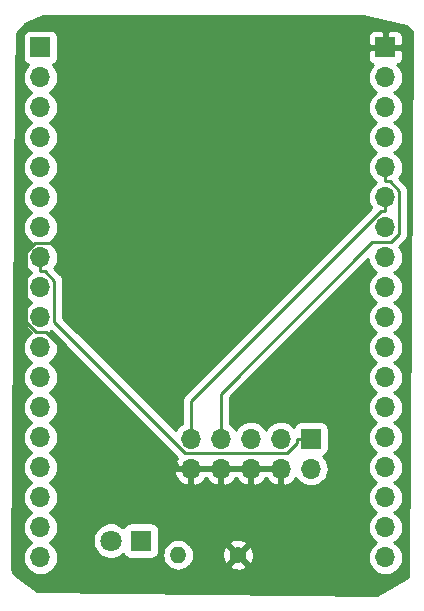
<source format=gbl>
G04 #@! TF.GenerationSoftware,KiCad,Pcbnew,(5.1.2)-2*
G04 #@! TF.CreationDate,2020-07-25T19:39:27+02:00*
G04 #@! TF.ProjectId,Adapter,41646170-7465-4722-9e6b-696361645f70,1*
G04 #@! TF.SameCoordinates,Original*
G04 #@! TF.FileFunction,Copper,L2,Bot*
G04 #@! TF.FilePolarity,Positive*
%FSLAX46Y46*%
G04 Gerber Fmt 4.6, Leading zero omitted, Abs format (unit mm)*
G04 Created by KiCad (PCBNEW (5.1.2)-2) date 2020-07-25 19:39:27*
%MOMM*%
%LPD*%
G04 APERTURE LIST*
%ADD10O,1.700000X1.700000*%
%ADD11R,1.700000X1.700000*%
%ADD12R,1.800000X1.800000*%
%ADD13C,1.800000*%
%ADD14C,1.400000*%
%ADD15O,1.400000X1.400000*%
%ADD16C,0.800000*%
%ADD17C,0.250000*%
%ADD18C,0.254000*%
G04 APERTURE END LIST*
D10*
X166541480Y-114970560D03*
X166541480Y-112430560D03*
X166541480Y-109890560D03*
X166541480Y-107350560D03*
X166541480Y-104810560D03*
X166541480Y-102270560D03*
X166541480Y-99730560D03*
X166541480Y-97190560D03*
X166541480Y-94650560D03*
X166541480Y-92110560D03*
X166541480Y-89570560D03*
X166541480Y-87030560D03*
X166541480Y-84490560D03*
X166541480Y-81950560D03*
X166541480Y-79410560D03*
X166541480Y-76870560D03*
X166541480Y-74330560D03*
D11*
X166541480Y-71790560D03*
D10*
X137354480Y-114970560D03*
X137354480Y-112430560D03*
X137354480Y-109890560D03*
X137354480Y-107350560D03*
X137354480Y-104810560D03*
X137354480Y-102270560D03*
X137354480Y-99730560D03*
X137354480Y-97190560D03*
X137354480Y-94650560D03*
X137354480Y-92110560D03*
X137354480Y-89570560D03*
X137354480Y-87030560D03*
X137354480Y-84490560D03*
X137354480Y-81950560D03*
X137354480Y-79410560D03*
X137354480Y-76870560D03*
X137354480Y-74330560D03*
D11*
X137354480Y-71790560D03*
X160253480Y-104937960D03*
D10*
X160253480Y-107477960D03*
X157713480Y-104937960D03*
X157713480Y-107477960D03*
X155173480Y-104937960D03*
X155173480Y-107477960D03*
X152633480Y-104937960D03*
X152633480Y-107477960D03*
X150093480Y-104937960D03*
X150093480Y-107477960D03*
D12*
X145854480Y-113558960D03*
D13*
X143314480Y-113558960D03*
D14*
X154084480Y-114758960D03*
D15*
X149004480Y-114758960D03*
D16*
X162352480Y-72894960D03*
X144567480Y-74349960D03*
X141518480Y-91831960D03*
D17*
X166541480Y-84490960D02*
X166541480Y-84490560D01*
X150093480Y-104937960D02*
X150093480Y-101746960D01*
X150093480Y-101746960D02*
X166174480Y-85665960D01*
X166174480Y-85665960D02*
X166541480Y-85665960D01*
X166541480Y-85665960D02*
X166541480Y-84490960D01*
X152633480Y-101815960D02*
X152633480Y-104937960D01*
X165440760Y-88300960D02*
X152633480Y-101108240D01*
X166541480Y-83125960D02*
X166908480Y-83125960D01*
X166541480Y-81950560D02*
X166541480Y-83125960D01*
X166908480Y-83125960D02*
X167716480Y-83933960D01*
X167716480Y-83933960D02*
X167716480Y-87614960D01*
X152633480Y-101108240D02*
X152633480Y-101815960D01*
X167716480Y-87614960D02*
X167030480Y-88300960D01*
X167030480Y-88300960D02*
X165440760Y-88300960D01*
X155173480Y-107477960D02*
X157713480Y-107477960D01*
X152633480Y-107477960D02*
X155173480Y-107477960D01*
X141518480Y-91831960D02*
X139182480Y-89495960D01*
X139182480Y-89495960D02*
X139182480Y-88384960D01*
X152633480Y-107477960D02*
X150093480Y-107477960D01*
X162352480Y-72894960D02*
X164261480Y-72894960D01*
X164261480Y-72894960D02*
X165366480Y-71790560D01*
X165366480Y-71790560D02*
X166541480Y-71790560D01*
X150093480Y-107477960D02*
X148918480Y-107477960D01*
X148918480Y-107477960D02*
X148918480Y-107036960D01*
X148918480Y-107036960D02*
X137801480Y-95920960D01*
X137801480Y-95920960D02*
X136958480Y-95920960D01*
X136958480Y-95920960D02*
X136112480Y-95074960D01*
X136112480Y-95074960D02*
X136112480Y-89125960D01*
X136112480Y-89125960D02*
X136853480Y-88384960D01*
X136853480Y-88384960D02*
X139182480Y-88384960D01*
X139182480Y-88384960D02*
X144567480Y-82999960D01*
X144567480Y-82999960D02*
X144567480Y-74349960D01*
X137354480Y-89570960D02*
X137354480Y-89570560D01*
X160253480Y-104937960D02*
X159078480Y-104937960D01*
X159078480Y-104937960D02*
X159078480Y-105304960D01*
X159078480Y-105304960D02*
X158254480Y-106128960D01*
X158254480Y-106128960D02*
X149610480Y-106128960D01*
X149610480Y-106128960D02*
X138529480Y-95047960D01*
X138529480Y-95047960D02*
X138529480Y-91553960D01*
X138529480Y-91553960D02*
X137721480Y-90745960D01*
X137721480Y-90745960D02*
X137354480Y-90745960D01*
X137354480Y-90745960D02*
X137354480Y-89570960D01*
D18*
G36*
X164658664Y-69131280D02*
G01*
X164683440Y-69133720D01*
X164688592Y-69133213D01*
X168318819Y-69975944D01*
X168783608Y-70455570D01*
X168819927Y-70509618D01*
X168488890Y-116679194D01*
X165864877Y-118160412D01*
X137065879Y-117826012D01*
X135127004Y-116369663D01*
X135011879Y-116198339D01*
X134907503Y-115960564D01*
X135318731Y-74330560D01*
X135862295Y-74330560D01*
X135890967Y-74621671D01*
X135975881Y-74901594D01*
X136113774Y-75159574D01*
X136299346Y-75385694D01*
X136525466Y-75571266D01*
X136580271Y-75600560D01*
X136525466Y-75629854D01*
X136299346Y-75815426D01*
X136113774Y-76041546D01*
X135975881Y-76299526D01*
X135890967Y-76579449D01*
X135862295Y-76870560D01*
X135890967Y-77161671D01*
X135975881Y-77441594D01*
X136113774Y-77699574D01*
X136299346Y-77925694D01*
X136525466Y-78111266D01*
X136580271Y-78140560D01*
X136525466Y-78169854D01*
X136299346Y-78355426D01*
X136113774Y-78581546D01*
X135975881Y-78839526D01*
X135890967Y-79119449D01*
X135862295Y-79410560D01*
X135890967Y-79701671D01*
X135975881Y-79981594D01*
X136113774Y-80239574D01*
X136299346Y-80465694D01*
X136525466Y-80651266D01*
X136580271Y-80680560D01*
X136525466Y-80709854D01*
X136299346Y-80895426D01*
X136113774Y-81121546D01*
X135975881Y-81379526D01*
X135890967Y-81659449D01*
X135862295Y-81950560D01*
X135890967Y-82241671D01*
X135975881Y-82521594D01*
X136113774Y-82779574D01*
X136299346Y-83005694D01*
X136525466Y-83191266D01*
X136580271Y-83220560D01*
X136525466Y-83249854D01*
X136299346Y-83435426D01*
X136113774Y-83661546D01*
X135975881Y-83919526D01*
X135890967Y-84199449D01*
X135862295Y-84490560D01*
X135890967Y-84781671D01*
X135975881Y-85061594D01*
X136113774Y-85319574D01*
X136299346Y-85545694D01*
X136525466Y-85731266D01*
X136580271Y-85760560D01*
X136525466Y-85789854D01*
X136299346Y-85975426D01*
X136113774Y-86201546D01*
X135975881Y-86459526D01*
X135890967Y-86739449D01*
X135862295Y-87030560D01*
X135890967Y-87321671D01*
X135975881Y-87601594D01*
X136113774Y-87859574D01*
X136299346Y-88085694D01*
X136525466Y-88271266D01*
X136580271Y-88300560D01*
X136525466Y-88329854D01*
X136299346Y-88515426D01*
X136113774Y-88741546D01*
X135975881Y-88999526D01*
X135890967Y-89279449D01*
X135862295Y-89570560D01*
X135890967Y-89861671D01*
X135975881Y-90141594D01*
X136113774Y-90399574D01*
X136299346Y-90625694D01*
X136525466Y-90811266D01*
X136580271Y-90840560D01*
X136525466Y-90869854D01*
X136299346Y-91055426D01*
X136113774Y-91281546D01*
X135975881Y-91539526D01*
X135890967Y-91819449D01*
X135862295Y-92110560D01*
X135890967Y-92401671D01*
X135975881Y-92681594D01*
X136113774Y-92939574D01*
X136299346Y-93165694D01*
X136525466Y-93351266D01*
X136580271Y-93380560D01*
X136525466Y-93409854D01*
X136299346Y-93595426D01*
X136113774Y-93821546D01*
X135975881Y-94079526D01*
X135890967Y-94359449D01*
X135862295Y-94650560D01*
X135890967Y-94941671D01*
X135975881Y-95221594D01*
X136113774Y-95479574D01*
X136299346Y-95705694D01*
X136525466Y-95891266D01*
X136580271Y-95920560D01*
X136525466Y-95949854D01*
X136299346Y-96135426D01*
X136113774Y-96361546D01*
X135975881Y-96619526D01*
X135890967Y-96899449D01*
X135862295Y-97190560D01*
X135890967Y-97481671D01*
X135975881Y-97761594D01*
X136113774Y-98019574D01*
X136299346Y-98245694D01*
X136525466Y-98431266D01*
X136580271Y-98460560D01*
X136525466Y-98489854D01*
X136299346Y-98675426D01*
X136113774Y-98901546D01*
X135975881Y-99159526D01*
X135890967Y-99439449D01*
X135862295Y-99730560D01*
X135890967Y-100021671D01*
X135975881Y-100301594D01*
X136113774Y-100559574D01*
X136299346Y-100785694D01*
X136525466Y-100971266D01*
X136580271Y-101000560D01*
X136525466Y-101029854D01*
X136299346Y-101215426D01*
X136113774Y-101441546D01*
X135975881Y-101699526D01*
X135890967Y-101979449D01*
X135862295Y-102270560D01*
X135890967Y-102561671D01*
X135975881Y-102841594D01*
X136113774Y-103099574D01*
X136299346Y-103325694D01*
X136525466Y-103511266D01*
X136580271Y-103540560D01*
X136525466Y-103569854D01*
X136299346Y-103755426D01*
X136113774Y-103981546D01*
X135975881Y-104239526D01*
X135890967Y-104519449D01*
X135862295Y-104810560D01*
X135890967Y-105101671D01*
X135975881Y-105381594D01*
X136113774Y-105639574D01*
X136299346Y-105865694D01*
X136525466Y-106051266D01*
X136580271Y-106080560D01*
X136525466Y-106109854D01*
X136299346Y-106295426D01*
X136113774Y-106521546D01*
X135975881Y-106779526D01*
X135890967Y-107059449D01*
X135862295Y-107350560D01*
X135890967Y-107641671D01*
X135975881Y-107921594D01*
X136113774Y-108179574D01*
X136299346Y-108405694D01*
X136525466Y-108591266D01*
X136580271Y-108620560D01*
X136525466Y-108649854D01*
X136299346Y-108835426D01*
X136113774Y-109061546D01*
X135975881Y-109319526D01*
X135890967Y-109599449D01*
X135862295Y-109890560D01*
X135890967Y-110181671D01*
X135975881Y-110461594D01*
X136113774Y-110719574D01*
X136299346Y-110945694D01*
X136525466Y-111131266D01*
X136580271Y-111160560D01*
X136525466Y-111189854D01*
X136299346Y-111375426D01*
X136113774Y-111601546D01*
X135975881Y-111859526D01*
X135890967Y-112139449D01*
X135862295Y-112430560D01*
X135890967Y-112721671D01*
X135975881Y-113001594D01*
X136113774Y-113259574D01*
X136299346Y-113485694D01*
X136525466Y-113671266D01*
X136580271Y-113700560D01*
X136525466Y-113729854D01*
X136299346Y-113915426D01*
X136113774Y-114141546D01*
X135975881Y-114399526D01*
X135890967Y-114679449D01*
X135862295Y-114970560D01*
X135890967Y-115261671D01*
X135975881Y-115541594D01*
X136113774Y-115799574D01*
X136299346Y-116025694D01*
X136525466Y-116211266D01*
X136783446Y-116349159D01*
X137063369Y-116434073D01*
X137281530Y-116455560D01*
X137427430Y-116455560D01*
X137645591Y-116434073D01*
X137925514Y-116349159D01*
X138183494Y-116211266D01*
X138409614Y-116025694D01*
X138595186Y-115799574D01*
X138733079Y-115541594D01*
X138817993Y-115261671D01*
X138846665Y-114970560D01*
X138817993Y-114679449D01*
X138733079Y-114399526D01*
X138595186Y-114141546D01*
X138409614Y-113915426D01*
X138183494Y-113729854D01*
X138128689Y-113700560D01*
X138183494Y-113671266D01*
X138409614Y-113485694D01*
X138473559Y-113407776D01*
X141779480Y-113407776D01*
X141779480Y-113710144D01*
X141838469Y-114006703D01*
X141954181Y-114286055D01*
X142122168Y-114537465D01*
X142335975Y-114751272D01*
X142587385Y-114919259D01*
X142866737Y-115034971D01*
X143163296Y-115093960D01*
X143465664Y-115093960D01*
X143762223Y-115034971D01*
X144041575Y-114919259D01*
X144292985Y-114751272D01*
X144359424Y-114684833D01*
X144364978Y-114703140D01*
X144423943Y-114813454D01*
X144503295Y-114910145D01*
X144599986Y-114989497D01*
X144710300Y-115048462D01*
X144829998Y-115084772D01*
X144954480Y-115097032D01*
X146754480Y-115097032D01*
X146878962Y-115084772D01*
X146998660Y-115048462D01*
X147108974Y-114989497D01*
X147205665Y-114910145D01*
X147285017Y-114813454D01*
X147314145Y-114758960D01*
X147663021Y-114758960D01*
X147688797Y-115020666D01*
X147765133Y-115272314D01*
X147889098Y-115504235D01*
X148055925Y-115707515D01*
X148259205Y-115874342D01*
X148491126Y-115998307D01*
X148742774Y-116074643D01*
X148938901Y-116093960D01*
X149070059Y-116093960D01*
X149266186Y-116074643D01*
X149517834Y-115998307D01*
X149749755Y-115874342D01*
X149953035Y-115707515D01*
X149975427Y-115680229D01*
X153342816Y-115680229D01*
X153402277Y-115913997D01*
X153640722Y-116024894D01*
X153896220Y-116087143D01*
X154158953Y-116098350D01*
X154418824Y-116058085D01*
X154665846Y-115967895D01*
X154766683Y-115913997D01*
X154826144Y-115680229D01*
X154084480Y-114938565D01*
X153342816Y-115680229D01*
X149975427Y-115680229D01*
X150119862Y-115504235D01*
X150243827Y-115272314D01*
X150320163Y-115020666D01*
X150338603Y-114833433D01*
X152745090Y-114833433D01*
X152785355Y-115093304D01*
X152875545Y-115340326D01*
X152929443Y-115441163D01*
X153163211Y-115500624D01*
X153904875Y-114758960D01*
X154264085Y-114758960D01*
X155005749Y-115500624D01*
X155239517Y-115441163D01*
X155350414Y-115202718D01*
X155412663Y-114947220D01*
X155423870Y-114684487D01*
X155383605Y-114424616D01*
X155293415Y-114177594D01*
X155239517Y-114076757D01*
X155005749Y-114017296D01*
X154264085Y-114758960D01*
X153904875Y-114758960D01*
X153163211Y-114017296D01*
X152929443Y-114076757D01*
X152818546Y-114315202D01*
X152756297Y-114570700D01*
X152745090Y-114833433D01*
X150338603Y-114833433D01*
X150345939Y-114758960D01*
X150320163Y-114497254D01*
X150243827Y-114245606D01*
X150119862Y-114013685D01*
X149975428Y-113837691D01*
X153342816Y-113837691D01*
X154084480Y-114579355D01*
X154826144Y-113837691D01*
X154766683Y-113603923D01*
X154528238Y-113493026D01*
X154272740Y-113430777D01*
X154010007Y-113419570D01*
X153750136Y-113459835D01*
X153503114Y-113550025D01*
X153402277Y-113603923D01*
X153342816Y-113837691D01*
X149975428Y-113837691D01*
X149953035Y-113810405D01*
X149749755Y-113643578D01*
X149517834Y-113519613D01*
X149266186Y-113443277D01*
X149070059Y-113423960D01*
X148938901Y-113423960D01*
X148742774Y-113443277D01*
X148491126Y-113519613D01*
X148259205Y-113643578D01*
X148055925Y-113810405D01*
X147889098Y-114013685D01*
X147765133Y-114245606D01*
X147688797Y-114497254D01*
X147663021Y-114758960D01*
X147314145Y-114758960D01*
X147343982Y-114703140D01*
X147380292Y-114583442D01*
X147392552Y-114458960D01*
X147392552Y-112658960D01*
X147380292Y-112534478D01*
X147343982Y-112414780D01*
X147285017Y-112304466D01*
X147205665Y-112207775D01*
X147108974Y-112128423D01*
X146998660Y-112069458D01*
X146878962Y-112033148D01*
X146754480Y-112020888D01*
X144954480Y-112020888D01*
X144829998Y-112033148D01*
X144710300Y-112069458D01*
X144599986Y-112128423D01*
X144503295Y-112207775D01*
X144423943Y-112304466D01*
X144364978Y-112414780D01*
X144359424Y-112433087D01*
X144292985Y-112366648D01*
X144041575Y-112198661D01*
X143762223Y-112082949D01*
X143465664Y-112023960D01*
X143163296Y-112023960D01*
X142866737Y-112082949D01*
X142587385Y-112198661D01*
X142335975Y-112366648D01*
X142122168Y-112580455D01*
X141954181Y-112831865D01*
X141838469Y-113111217D01*
X141779480Y-113407776D01*
X138473559Y-113407776D01*
X138595186Y-113259574D01*
X138733079Y-113001594D01*
X138817993Y-112721671D01*
X138846665Y-112430560D01*
X138817993Y-112139449D01*
X138733079Y-111859526D01*
X138595186Y-111601546D01*
X138409614Y-111375426D01*
X138183494Y-111189854D01*
X138128689Y-111160560D01*
X138183494Y-111131266D01*
X138409614Y-110945694D01*
X138595186Y-110719574D01*
X138733079Y-110461594D01*
X138817993Y-110181671D01*
X138846665Y-109890560D01*
X138817993Y-109599449D01*
X138733079Y-109319526D01*
X138595186Y-109061546D01*
X138409614Y-108835426D01*
X138183494Y-108649854D01*
X138128689Y-108620560D01*
X138183494Y-108591266D01*
X138409614Y-108405694D01*
X138595186Y-108179574D01*
X138733079Y-107921594D01*
X138759392Y-107834851D01*
X148651999Y-107834851D01*
X148749323Y-108109212D01*
X148898302Y-108359315D01*
X149093211Y-108575548D01*
X149326560Y-108749601D01*
X149589381Y-108874785D01*
X149736590Y-108919436D01*
X149966480Y-108798115D01*
X149966480Y-107604960D01*
X150220480Y-107604960D01*
X150220480Y-108798115D01*
X150450370Y-108919436D01*
X150597579Y-108874785D01*
X150860400Y-108749601D01*
X151093749Y-108575548D01*
X151288658Y-108359315D01*
X151363480Y-108233705D01*
X151438302Y-108359315D01*
X151633211Y-108575548D01*
X151866560Y-108749601D01*
X152129381Y-108874785D01*
X152276590Y-108919436D01*
X152506480Y-108798115D01*
X152506480Y-107604960D01*
X152760480Y-107604960D01*
X152760480Y-108798115D01*
X152990370Y-108919436D01*
X153137579Y-108874785D01*
X153400400Y-108749601D01*
X153633749Y-108575548D01*
X153828658Y-108359315D01*
X153903480Y-108233705D01*
X153978302Y-108359315D01*
X154173211Y-108575548D01*
X154406560Y-108749601D01*
X154669381Y-108874785D01*
X154816590Y-108919436D01*
X155046480Y-108798115D01*
X155046480Y-107604960D01*
X155300480Y-107604960D01*
X155300480Y-108798115D01*
X155530370Y-108919436D01*
X155677579Y-108874785D01*
X155940400Y-108749601D01*
X156173749Y-108575548D01*
X156368658Y-108359315D01*
X156443480Y-108233705D01*
X156518302Y-108359315D01*
X156713211Y-108575548D01*
X156946560Y-108749601D01*
X157209381Y-108874785D01*
X157356590Y-108919436D01*
X157586480Y-108798115D01*
X157586480Y-107604960D01*
X155300480Y-107604960D01*
X155046480Y-107604960D01*
X152760480Y-107604960D01*
X152506480Y-107604960D01*
X150220480Y-107604960D01*
X149966480Y-107604960D01*
X148772666Y-107604960D01*
X148651999Y-107834851D01*
X138759392Y-107834851D01*
X138817993Y-107641671D01*
X138846665Y-107350560D01*
X138817993Y-107059449D01*
X138733079Y-106779526D01*
X138595186Y-106521546D01*
X138409614Y-106295426D01*
X138183494Y-106109854D01*
X138128689Y-106080560D01*
X138183494Y-106051266D01*
X138409614Y-105865694D01*
X138595186Y-105639574D01*
X138733079Y-105381594D01*
X138817993Y-105101671D01*
X138846665Y-104810560D01*
X138817993Y-104519449D01*
X138733079Y-104239526D01*
X138595186Y-103981546D01*
X138409614Y-103755426D01*
X138183494Y-103569854D01*
X138128689Y-103540560D01*
X138183494Y-103511266D01*
X138409614Y-103325694D01*
X138595186Y-103099574D01*
X138733079Y-102841594D01*
X138817993Y-102561671D01*
X138846665Y-102270560D01*
X138817993Y-101979449D01*
X138733079Y-101699526D01*
X138595186Y-101441546D01*
X138409614Y-101215426D01*
X138183494Y-101029854D01*
X138128689Y-101000560D01*
X138183494Y-100971266D01*
X138409614Y-100785694D01*
X138595186Y-100559574D01*
X138733079Y-100301594D01*
X138817993Y-100021671D01*
X138846665Y-99730560D01*
X138817993Y-99439449D01*
X138733079Y-99159526D01*
X138595186Y-98901546D01*
X138409614Y-98675426D01*
X138183494Y-98489854D01*
X138128689Y-98460560D01*
X138183494Y-98431266D01*
X138409614Y-98245694D01*
X138595186Y-98019574D01*
X138733079Y-97761594D01*
X138817993Y-97481671D01*
X138846665Y-97190560D01*
X138817993Y-96899449D01*
X138733079Y-96619526D01*
X138595186Y-96361546D01*
X138409614Y-96135426D01*
X138183494Y-95949854D01*
X138128689Y-95920560D01*
X138183494Y-95891266D01*
X138246378Y-95839659D01*
X148948089Y-106541372D01*
X148898302Y-106596605D01*
X148749323Y-106846708D01*
X148651999Y-107121069D01*
X148772666Y-107350960D01*
X149966480Y-107350960D01*
X149966480Y-107330960D01*
X150220480Y-107330960D01*
X150220480Y-107350960D01*
X152506480Y-107350960D01*
X152506480Y-107330960D01*
X152760480Y-107330960D01*
X152760480Y-107350960D01*
X155046480Y-107350960D01*
X155046480Y-107330960D01*
X155300480Y-107330960D01*
X155300480Y-107350960D01*
X157586480Y-107350960D01*
X157586480Y-107330960D01*
X157840480Y-107330960D01*
X157840480Y-107350960D01*
X157860480Y-107350960D01*
X157860480Y-107604960D01*
X157840480Y-107604960D01*
X157840480Y-108798115D01*
X158070370Y-108919436D01*
X158217579Y-108874785D01*
X158480400Y-108749601D01*
X158713749Y-108575548D01*
X158908658Y-108359315D01*
X158978279Y-108242437D01*
X159012774Y-108306974D01*
X159198346Y-108533094D01*
X159424466Y-108718666D01*
X159682446Y-108856559D01*
X159962369Y-108941473D01*
X160180530Y-108962960D01*
X160326430Y-108962960D01*
X160544591Y-108941473D01*
X160824514Y-108856559D01*
X161082494Y-108718666D01*
X161308614Y-108533094D01*
X161494186Y-108306974D01*
X161632079Y-108048994D01*
X161716993Y-107769071D01*
X161745665Y-107477960D01*
X161716993Y-107186849D01*
X161632079Y-106906926D01*
X161494186Y-106648946D01*
X161308614Y-106422826D01*
X161278793Y-106398353D01*
X161347660Y-106377462D01*
X161457974Y-106318497D01*
X161554665Y-106239145D01*
X161634017Y-106142454D01*
X161692982Y-106032140D01*
X161729292Y-105912442D01*
X161741552Y-105787960D01*
X161741552Y-104087960D01*
X161729292Y-103963478D01*
X161692982Y-103843780D01*
X161634017Y-103733466D01*
X161554665Y-103636775D01*
X161457974Y-103557423D01*
X161347660Y-103498458D01*
X161227962Y-103462148D01*
X161103480Y-103449888D01*
X159403480Y-103449888D01*
X159278998Y-103462148D01*
X159159300Y-103498458D01*
X159048986Y-103557423D01*
X158952295Y-103636775D01*
X158872943Y-103733466D01*
X158813978Y-103843780D01*
X158793087Y-103912647D01*
X158768614Y-103882826D01*
X158542494Y-103697254D01*
X158284514Y-103559361D01*
X158004591Y-103474447D01*
X157786430Y-103452960D01*
X157640530Y-103452960D01*
X157422369Y-103474447D01*
X157142446Y-103559361D01*
X156884466Y-103697254D01*
X156658346Y-103882826D01*
X156472774Y-104108946D01*
X156443480Y-104163751D01*
X156414186Y-104108946D01*
X156228614Y-103882826D01*
X156002494Y-103697254D01*
X155744514Y-103559361D01*
X155464591Y-103474447D01*
X155246430Y-103452960D01*
X155100530Y-103452960D01*
X154882369Y-103474447D01*
X154602446Y-103559361D01*
X154344466Y-103697254D01*
X154118346Y-103882826D01*
X153932774Y-104108946D01*
X153903480Y-104163751D01*
X153874186Y-104108946D01*
X153688614Y-103882826D01*
X153462494Y-103697254D01*
X153393480Y-103660365D01*
X153393480Y-101423041D01*
X165066928Y-89749594D01*
X165077967Y-89861671D01*
X165162881Y-90141594D01*
X165300774Y-90399574D01*
X165486346Y-90625694D01*
X165712466Y-90811266D01*
X165767271Y-90840560D01*
X165712466Y-90869854D01*
X165486346Y-91055426D01*
X165300774Y-91281546D01*
X165162881Y-91539526D01*
X165077967Y-91819449D01*
X165049295Y-92110560D01*
X165077967Y-92401671D01*
X165162881Y-92681594D01*
X165300774Y-92939574D01*
X165486346Y-93165694D01*
X165712466Y-93351266D01*
X165767271Y-93380560D01*
X165712466Y-93409854D01*
X165486346Y-93595426D01*
X165300774Y-93821546D01*
X165162881Y-94079526D01*
X165077967Y-94359449D01*
X165049295Y-94650560D01*
X165077967Y-94941671D01*
X165162881Y-95221594D01*
X165300774Y-95479574D01*
X165486346Y-95705694D01*
X165712466Y-95891266D01*
X165767271Y-95920560D01*
X165712466Y-95949854D01*
X165486346Y-96135426D01*
X165300774Y-96361546D01*
X165162881Y-96619526D01*
X165077967Y-96899449D01*
X165049295Y-97190560D01*
X165077967Y-97481671D01*
X165162881Y-97761594D01*
X165300774Y-98019574D01*
X165486346Y-98245694D01*
X165712466Y-98431266D01*
X165767271Y-98460560D01*
X165712466Y-98489854D01*
X165486346Y-98675426D01*
X165300774Y-98901546D01*
X165162881Y-99159526D01*
X165077967Y-99439449D01*
X165049295Y-99730560D01*
X165077967Y-100021671D01*
X165162881Y-100301594D01*
X165300774Y-100559574D01*
X165486346Y-100785694D01*
X165712466Y-100971266D01*
X165767271Y-101000560D01*
X165712466Y-101029854D01*
X165486346Y-101215426D01*
X165300774Y-101441546D01*
X165162881Y-101699526D01*
X165077967Y-101979449D01*
X165049295Y-102270560D01*
X165077967Y-102561671D01*
X165162881Y-102841594D01*
X165300774Y-103099574D01*
X165486346Y-103325694D01*
X165712466Y-103511266D01*
X165767271Y-103540560D01*
X165712466Y-103569854D01*
X165486346Y-103755426D01*
X165300774Y-103981546D01*
X165162881Y-104239526D01*
X165077967Y-104519449D01*
X165049295Y-104810560D01*
X165077967Y-105101671D01*
X165162881Y-105381594D01*
X165300774Y-105639574D01*
X165486346Y-105865694D01*
X165712466Y-106051266D01*
X165767271Y-106080560D01*
X165712466Y-106109854D01*
X165486346Y-106295426D01*
X165300774Y-106521546D01*
X165162881Y-106779526D01*
X165077967Y-107059449D01*
X165049295Y-107350560D01*
X165077967Y-107641671D01*
X165162881Y-107921594D01*
X165300774Y-108179574D01*
X165486346Y-108405694D01*
X165712466Y-108591266D01*
X165767271Y-108620560D01*
X165712466Y-108649854D01*
X165486346Y-108835426D01*
X165300774Y-109061546D01*
X165162881Y-109319526D01*
X165077967Y-109599449D01*
X165049295Y-109890560D01*
X165077967Y-110181671D01*
X165162881Y-110461594D01*
X165300774Y-110719574D01*
X165486346Y-110945694D01*
X165712466Y-111131266D01*
X165767271Y-111160560D01*
X165712466Y-111189854D01*
X165486346Y-111375426D01*
X165300774Y-111601546D01*
X165162881Y-111859526D01*
X165077967Y-112139449D01*
X165049295Y-112430560D01*
X165077967Y-112721671D01*
X165162881Y-113001594D01*
X165300774Y-113259574D01*
X165486346Y-113485694D01*
X165712466Y-113671266D01*
X165767271Y-113700560D01*
X165712466Y-113729854D01*
X165486346Y-113915426D01*
X165300774Y-114141546D01*
X165162881Y-114399526D01*
X165077967Y-114679449D01*
X165049295Y-114970560D01*
X165077967Y-115261671D01*
X165162881Y-115541594D01*
X165300774Y-115799574D01*
X165486346Y-116025694D01*
X165712466Y-116211266D01*
X165970446Y-116349159D01*
X166250369Y-116434073D01*
X166468530Y-116455560D01*
X166614430Y-116455560D01*
X166832591Y-116434073D01*
X167112514Y-116349159D01*
X167370494Y-116211266D01*
X167596614Y-116025694D01*
X167782186Y-115799574D01*
X167920079Y-115541594D01*
X168004993Y-115261671D01*
X168033665Y-114970560D01*
X168004993Y-114679449D01*
X167920079Y-114399526D01*
X167782186Y-114141546D01*
X167596614Y-113915426D01*
X167370494Y-113729854D01*
X167315689Y-113700560D01*
X167370494Y-113671266D01*
X167596614Y-113485694D01*
X167782186Y-113259574D01*
X167920079Y-113001594D01*
X168004993Y-112721671D01*
X168033665Y-112430560D01*
X168004993Y-112139449D01*
X167920079Y-111859526D01*
X167782186Y-111601546D01*
X167596614Y-111375426D01*
X167370494Y-111189854D01*
X167315689Y-111160560D01*
X167370494Y-111131266D01*
X167596614Y-110945694D01*
X167782186Y-110719574D01*
X167920079Y-110461594D01*
X168004993Y-110181671D01*
X168033665Y-109890560D01*
X168004993Y-109599449D01*
X167920079Y-109319526D01*
X167782186Y-109061546D01*
X167596614Y-108835426D01*
X167370494Y-108649854D01*
X167315689Y-108620560D01*
X167370494Y-108591266D01*
X167596614Y-108405694D01*
X167782186Y-108179574D01*
X167920079Y-107921594D01*
X168004993Y-107641671D01*
X168033665Y-107350560D01*
X168004993Y-107059449D01*
X167920079Y-106779526D01*
X167782186Y-106521546D01*
X167596614Y-106295426D01*
X167370494Y-106109854D01*
X167315689Y-106080560D01*
X167370494Y-106051266D01*
X167596614Y-105865694D01*
X167782186Y-105639574D01*
X167920079Y-105381594D01*
X168004993Y-105101671D01*
X168033665Y-104810560D01*
X168004993Y-104519449D01*
X167920079Y-104239526D01*
X167782186Y-103981546D01*
X167596614Y-103755426D01*
X167370494Y-103569854D01*
X167315689Y-103540560D01*
X167370494Y-103511266D01*
X167596614Y-103325694D01*
X167782186Y-103099574D01*
X167920079Y-102841594D01*
X168004993Y-102561671D01*
X168033665Y-102270560D01*
X168004993Y-101979449D01*
X167920079Y-101699526D01*
X167782186Y-101441546D01*
X167596614Y-101215426D01*
X167370494Y-101029854D01*
X167315689Y-101000560D01*
X167370494Y-100971266D01*
X167596614Y-100785694D01*
X167782186Y-100559574D01*
X167920079Y-100301594D01*
X168004993Y-100021671D01*
X168033665Y-99730560D01*
X168004993Y-99439449D01*
X167920079Y-99159526D01*
X167782186Y-98901546D01*
X167596614Y-98675426D01*
X167370494Y-98489854D01*
X167315689Y-98460560D01*
X167370494Y-98431266D01*
X167596614Y-98245694D01*
X167782186Y-98019574D01*
X167920079Y-97761594D01*
X168004993Y-97481671D01*
X168033665Y-97190560D01*
X168004993Y-96899449D01*
X167920079Y-96619526D01*
X167782186Y-96361546D01*
X167596614Y-96135426D01*
X167370494Y-95949854D01*
X167315689Y-95920560D01*
X167370494Y-95891266D01*
X167596614Y-95705694D01*
X167782186Y-95479574D01*
X167920079Y-95221594D01*
X168004993Y-94941671D01*
X168033665Y-94650560D01*
X168004993Y-94359449D01*
X167920079Y-94079526D01*
X167782186Y-93821546D01*
X167596614Y-93595426D01*
X167370494Y-93409854D01*
X167315689Y-93380560D01*
X167370494Y-93351266D01*
X167596614Y-93165694D01*
X167782186Y-92939574D01*
X167920079Y-92681594D01*
X168004993Y-92401671D01*
X168033665Y-92110560D01*
X168004993Y-91819449D01*
X167920079Y-91539526D01*
X167782186Y-91281546D01*
X167596614Y-91055426D01*
X167370494Y-90869854D01*
X167315689Y-90840560D01*
X167370494Y-90811266D01*
X167596614Y-90625694D01*
X167782186Y-90399574D01*
X167920079Y-90141594D01*
X168004993Y-89861671D01*
X168033665Y-89570560D01*
X168004993Y-89279449D01*
X167920079Y-88999526D01*
X167782186Y-88741546D01*
X167729227Y-88677015D01*
X168227482Y-88178759D01*
X168256481Y-88154961D01*
X168351454Y-88039236D01*
X168422026Y-87907207D01*
X168465483Y-87763946D01*
X168476480Y-87652293D01*
X168480157Y-87614960D01*
X168476480Y-87577627D01*
X168476480Y-83971293D01*
X168480157Y-83933960D01*
X168465483Y-83784974D01*
X168422026Y-83641713D01*
X168351454Y-83509684D01*
X168280279Y-83422957D01*
X168256481Y-83393959D01*
X168227484Y-83370162D01*
X167716696Y-82859374D01*
X167782186Y-82779574D01*
X167920079Y-82521594D01*
X168004993Y-82241671D01*
X168033665Y-81950560D01*
X168004993Y-81659449D01*
X167920079Y-81379526D01*
X167782186Y-81121546D01*
X167596614Y-80895426D01*
X167370494Y-80709854D01*
X167315689Y-80680560D01*
X167370494Y-80651266D01*
X167596614Y-80465694D01*
X167782186Y-80239574D01*
X167920079Y-79981594D01*
X168004993Y-79701671D01*
X168033665Y-79410560D01*
X168004993Y-79119449D01*
X167920079Y-78839526D01*
X167782186Y-78581546D01*
X167596614Y-78355426D01*
X167370494Y-78169854D01*
X167315689Y-78140560D01*
X167370494Y-78111266D01*
X167596614Y-77925694D01*
X167782186Y-77699574D01*
X167920079Y-77441594D01*
X168004993Y-77161671D01*
X168033665Y-76870560D01*
X168004993Y-76579449D01*
X167920079Y-76299526D01*
X167782186Y-76041546D01*
X167596614Y-75815426D01*
X167370494Y-75629854D01*
X167315689Y-75600560D01*
X167370494Y-75571266D01*
X167596614Y-75385694D01*
X167782186Y-75159574D01*
X167920079Y-74901594D01*
X168004993Y-74621671D01*
X168033665Y-74330560D01*
X168004993Y-74039449D01*
X167920079Y-73759526D01*
X167782186Y-73501546D01*
X167596614Y-73275426D01*
X167566793Y-73250953D01*
X167635660Y-73230062D01*
X167745974Y-73171097D01*
X167842665Y-73091745D01*
X167922017Y-72995054D01*
X167980982Y-72884740D01*
X168017292Y-72765042D01*
X168029552Y-72640560D01*
X168026480Y-72076310D01*
X167867730Y-71917560D01*
X166668480Y-71917560D01*
X166668480Y-71937560D01*
X166414480Y-71937560D01*
X166414480Y-71917560D01*
X165215230Y-71917560D01*
X165056480Y-72076310D01*
X165053408Y-72640560D01*
X165065668Y-72765042D01*
X165101978Y-72884740D01*
X165160943Y-72995054D01*
X165240295Y-73091745D01*
X165336986Y-73171097D01*
X165447300Y-73230062D01*
X165516167Y-73250953D01*
X165486346Y-73275426D01*
X165300774Y-73501546D01*
X165162881Y-73759526D01*
X165077967Y-74039449D01*
X165049295Y-74330560D01*
X165077967Y-74621671D01*
X165162881Y-74901594D01*
X165300774Y-75159574D01*
X165486346Y-75385694D01*
X165712466Y-75571266D01*
X165767271Y-75600560D01*
X165712466Y-75629854D01*
X165486346Y-75815426D01*
X165300774Y-76041546D01*
X165162881Y-76299526D01*
X165077967Y-76579449D01*
X165049295Y-76870560D01*
X165077967Y-77161671D01*
X165162881Y-77441594D01*
X165300774Y-77699574D01*
X165486346Y-77925694D01*
X165712466Y-78111266D01*
X165767271Y-78140560D01*
X165712466Y-78169854D01*
X165486346Y-78355426D01*
X165300774Y-78581546D01*
X165162881Y-78839526D01*
X165077967Y-79119449D01*
X165049295Y-79410560D01*
X165077967Y-79701671D01*
X165162881Y-79981594D01*
X165300774Y-80239574D01*
X165486346Y-80465694D01*
X165712466Y-80651266D01*
X165767271Y-80680560D01*
X165712466Y-80709854D01*
X165486346Y-80895426D01*
X165300774Y-81121546D01*
X165162881Y-81379526D01*
X165077967Y-81659449D01*
X165049295Y-81950560D01*
X165077967Y-82241671D01*
X165162881Y-82521594D01*
X165300774Y-82779574D01*
X165486346Y-83005694D01*
X165712466Y-83191266D01*
X165767271Y-83220560D01*
X165712466Y-83249854D01*
X165486346Y-83435426D01*
X165300774Y-83661546D01*
X165162881Y-83919526D01*
X165077967Y-84199449D01*
X165049295Y-84490560D01*
X165077967Y-84781671D01*
X165162881Y-85061594D01*
X165300774Y-85319574D01*
X165366264Y-85399374D01*
X149582478Y-101183161D01*
X149553480Y-101206959D01*
X149529682Y-101235957D01*
X149529681Y-101235958D01*
X149458506Y-101322684D01*
X149387934Y-101454714D01*
X149344478Y-101597975D01*
X149329804Y-101746960D01*
X149333481Y-101784292D01*
X149333480Y-103660365D01*
X149264466Y-103697254D01*
X149038346Y-103882826D01*
X148852774Y-104108946D01*
X148787461Y-104231138D01*
X139289480Y-94733159D01*
X139289480Y-91591293D01*
X139293157Y-91553960D01*
X139278483Y-91404974D01*
X139235026Y-91261713D01*
X139164454Y-91129684D01*
X139093279Y-91042957D01*
X139069481Y-91013959D01*
X139040482Y-90990161D01*
X138529696Y-90479374D01*
X138595186Y-90399574D01*
X138733079Y-90141594D01*
X138817993Y-89861671D01*
X138846665Y-89570560D01*
X138817993Y-89279449D01*
X138733079Y-88999526D01*
X138595186Y-88741546D01*
X138409614Y-88515426D01*
X138183494Y-88329854D01*
X138128689Y-88300560D01*
X138183494Y-88271266D01*
X138409614Y-88085694D01*
X138595186Y-87859574D01*
X138733079Y-87601594D01*
X138817993Y-87321671D01*
X138846665Y-87030560D01*
X138817993Y-86739449D01*
X138733079Y-86459526D01*
X138595186Y-86201546D01*
X138409614Y-85975426D01*
X138183494Y-85789854D01*
X138128689Y-85760560D01*
X138183494Y-85731266D01*
X138409614Y-85545694D01*
X138595186Y-85319574D01*
X138733079Y-85061594D01*
X138817993Y-84781671D01*
X138846665Y-84490560D01*
X138817993Y-84199449D01*
X138733079Y-83919526D01*
X138595186Y-83661546D01*
X138409614Y-83435426D01*
X138183494Y-83249854D01*
X138128689Y-83220560D01*
X138183494Y-83191266D01*
X138409614Y-83005694D01*
X138595186Y-82779574D01*
X138733079Y-82521594D01*
X138817993Y-82241671D01*
X138846665Y-81950560D01*
X138817993Y-81659449D01*
X138733079Y-81379526D01*
X138595186Y-81121546D01*
X138409614Y-80895426D01*
X138183494Y-80709854D01*
X138128689Y-80680560D01*
X138183494Y-80651266D01*
X138409614Y-80465694D01*
X138595186Y-80239574D01*
X138733079Y-79981594D01*
X138817993Y-79701671D01*
X138846665Y-79410560D01*
X138817993Y-79119449D01*
X138733079Y-78839526D01*
X138595186Y-78581546D01*
X138409614Y-78355426D01*
X138183494Y-78169854D01*
X138128689Y-78140560D01*
X138183494Y-78111266D01*
X138409614Y-77925694D01*
X138595186Y-77699574D01*
X138733079Y-77441594D01*
X138817993Y-77161671D01*
X138846665Y-76870560D01*
X138817993Y-76579449D01*
X138733079Y-76299526D01*
X138595186Y-76041546D01*
X138409614Y-75815426D01*
X138183494Y-75629854D01*
X138128689Y-75600560D01*
X138183494Y-75571266D01*
X138409614Y-75385694D01*
X138595186Y-75159574D01*
X138733079Y-74901594D01*
X138817993Y-74621671D01*
X138846665Y-74330560D01*
X138817993Y-74039449D01*
X138733079Y-73759526D01*
X138595186Y-73501546D01*
X138409614Y-73275426D01*
X138379793Y-73250953D01*
X138448660Y-73230062D01*
X138558974Y-73171097D01*
X138655665Y-73091745D01*
X138735017Y-72995054D01*
X138793982Y-72884740D01*
X138830292Y-72765042D01*
X138842552Y-72640560D01*
X138842552Y-70940560D01*
X165053408Y-70940560D01*
X165056480Y-71504810D01*
X165215230Y-71663560D01*
X166414480Y-71663560D01*
X166414480Y-70464310D01*
X166668480Y-70464310D01*
X166668480Y-71663560D01*
X167867730Y-71663560D01*
X168026480Y-71504810D01*
X168029552Y-70940560D01*
X168017292Y-70816078D01*
X167980982Y-70696380D01*
X167922017Y-70586066D01*
X167842665Y-70489375D01*
X167745974Y-70410023D01*
X167635660Y-70351058D01*
X167515962Y-70314748D01*
X167391480Y-70302488D01*
X166827230Y-70305560D01*
X166668480Y-70464310D01*
X166414480Y-70464310D01*
X166255730Y-70305560D01*
X165691480Y-70302488D01*
X165566998Y-70314748D01*
X165447300Y-70351058D01*
X165336986Y-70410023D01*
X165240295Y-70489375D01*
X165160943Y-70586066D01*
X165101978Y-70696380D01*
X165065668Y-70816078D01*
X165053408Y-70940560D01*
X138842552Y-70940560D01*
X138830292Y-70816078D01*
X138793982Y-70696380D01*
X138735017Y-70586066D01*
X138655665Y-70489375D01*
X138558974Y-70410023D01*
X138448660Y-70351058D01*
X138328962Y-70314748D01*
X138204480Y-70302488D01*
X136504480Y-70302488D01*
X136379998Y-70314748D01*
X136260300Y-70351058D01*
X136149986Y-70410023D01*
X136053295Y-70489375D01*
X135973943Y-70586066D01*
X135914978Y-70696380D01*
X135878668Y-70816078D01*
X135866408Y-70940560D01*
X135866408Y-72640560D01*
X135878668Y-72765042D01*
X135914978Y-72884740D01*
X135973943Y-72995054D01*
X136053295Y-73091745D01*
X136149986Y-73171097D01*
X136260300Y-73230062D01*
X136329167Y-73250953D01*
X136299346Y-73275426D01*
X136113774Y-73501546D01*
X135975881Y-73759526D01*
X135890967Y-74039449D01*
X135862295Y-74330560D01*
X135318731Y-74330560D01*
X135355394Y-70619099D01*
X135529829Y-70376347D01*
X136084090Y-69839232D01*
X136350363Y-69660304D01*
X137556029Y-69164167D01*
X164650105Y-69128684D01*
X164658664Y-69131280D01*
X164658664Y-69131280D01*
G37*
X164658664Y-69131280D02*
X164683440Y-69133720D01*
X164688592Y-69133213D01*
X168318819Y-69975944D01*
X168783608Y-70455570D01*
X168819927Y-70509618D01*
X168488890Y-116679194D01*
X165864877Y-118160412D01*
X137065879Y-117826012D01*
X135127004Y-116369663D01*
X135011879Y-116198339D01*
X134907503Y-115960564D01*
X135318731Y-74330560D01*
X135862295Y-74330560D01*
X135890967Y-74621671D01*
X135975881Y-74901594D01*
X136113774Y-75159574D01*
X136299346Y-75385694D01*
X136525466Y-75571266D01*
X136580271Y-75600560D01*
X136525466Y-75629854D01*
X136299346Y-75815426D01*
X136113774Y-76041546D01*
X135975881Y-76299526D01*
X135890967Y-76579449D01*
X135862295Y-76870560D01*
X135890967Y-77161671D01*
X135975881Y-77441594D01*
X136113774Y-77699574D01*
X136299346Y-77925694D01*
X136525466Y-78111266D01*
X136580271Y-78140560D01*
X136525466Y-78169854D01*
X136299346Y-78355426D01*
X136113774Y-78581546D01*
X135975881Y-78839526D01*
X135890967Y-79119449D01*
X135862295Y-79410560D01*
X135890967Y-79701671D01*
X135975881Y-79981594D01*
X136113774Y-80239574D01*
X136299346Y-80465694D01*
X136525466Y-80651266D01*
X136580271Y-80680560D01*
X136525466Y-80709854D01*
X136299346Y-80895426D01*
X136113774Y-81121546D01*
X135975881Y-81379526D01*
X135890967Y-81659449D01*
X135862295Y-81950560D01*
X135890967Y-82241671D01*
X135975881Y-82521594D01*
X136113774Y-82779574D01*
X136299346Y-83005694D01*
X136525466Y-83191266D01*
X136580271Y-83220560D01*
X136525466Y-83249854D01*
X136299346Y-83435426D01*
X136113774Y-83661546D01*
X135975881Y-83919526D01*
X135890967Y-84199449D01*
X135862295Y-84490560D01*
X135890967Y-84781671D01*
X135975881Y-85061594D01*
X136113774Y-85319574D01*
X136299346Y-85545694D01*
X136525466Y-85731266D01*
X136580271Y-85760560D01*
X136525466Y-85789854D01*
X136299346Y-85975426D01*
X136113774Y-86201546D01*
X135975881Y-86459526D01*
X135890967Y-86739449D01*
X135862295Y-87030560D01*
X135890967Y-87321671D01*
X135975881Y-87601594D01*
X136113774Y-87859574D01*
X136299346Y-88085694D01*
X136525466Y-88271266D01*
X136580271Y-88300560D01*
X136525466Y-88329854D01*
X136299346Y-88515426D01*
X136113774Y-88741546D01*
X135975881Y-88999526D01*
X135890967Y-89279449D01*
X135862295Y-89570560D01*
X135890967Y-89861671D01*
X135975881Y-90141594D01*
X136113774Y-90399574D01*
X136299346Y-90625694D01*
X136525466Y-90811266D01*
X136580271Y-90840560D01*
X136525466Y-90869854D01*
X136299346Y-91055426D01*
X136113774Y-91281546D01*
X135975881Y-91539526D01*
X135890967Y-91819449D01*
X135862295Y-92110560D01*
X135890967Y-92401671D01*
X135975881Y-92681594D01*
X136113774Y-92939574D01*
X136299346Y-93165694D01*
X136525466Y-93351266D01*
X136580271Y-93380560D01*
X136525466Y-93409854D01*
X136299346Y-93595426D01*
X136113774Y-93821546D01*
X135975881Y-94079526D01*
X135890967Y-94359449D01*
X135862295Y-94650560D01*
X135890967Y-94941671D01*
X135975881Y-95221594D01*
X136113774Y-95479574D01*
X136299346Y-95705694D01*
X136525466Y-95891266D01*
X136580271Y-95920560D01*
X136525466Y-95949854D01*
X136299346Y-96135426D01*
X136113774Y-96361546D01*
X135975881Y-96619526D01*
X135890967Y-96899449D01*
X135862295Y-97190560D01*
X135890967Y-97481671D01*
X135975881Y-97761594D01*
X136113774Y-98019574D01*
X136299346Y-98245694D01*
X136525466Y-98431266D01*
X136580271Y-98460560D01*
X136525466Y-98489854D01*
X136299346Y-98675426D01*
X136113774Y-98901546D01*
X135975881Y-99159526D01*
X135890967Y-99439449D01*
X135862295Y-99730560D01*
X135890967Y-100021671D01*
X135975881Y-100301594D01*
X136113774Y-100559574D01*
X136299346Y-100785694D01*
X136525466Y-100971266D01*
X136580271Y-101000560D01*
X136525466Y-101029854D01*
X136299346Y-101215426D01*
X136113774Y-101441546D01*
X135975881Y-101699526D01*
X135890967Y-101979449D01*
X135862295Y-102270560D01*
X135890967Y-102561671D01*
X135975881Y-102841594D01*
X136113774Y-103099574D01*
X136299346Y-103325694D01*
X136525466Y-103511266D01*
X136580271Y-103540560D01*
X136525466Y-103569854D01*
X136299346Y-103755426D01*
X136113774Y-103981546D01*
X135975881Y-104239526D01*
X135890967Y-104519449D01*
X135862295Y-104810560D01*
X135890967Y-105101671D01*
X135975881Y-105381594D01*
X136113774Y-105639574D01*
X136299346Y-105865694D01*
X136525466Y-106051266D01*
X136580271Y-106080560D01*
X136525466Y-106109854D01*
X136299346Y-106295426D01*
X136113774Y-106521546D01*
X135975881Y-106779526D01*
X135890967Y-107059449D01*
X135862295Y-107350560D01*
X135890967Y-107641671D01*
X135975881Y-107921594D01*
X136113774Y-108179574D01*
X136299346Y-108405694D01*
X136525466Y-108591266D01*
X136580271Y-108620560D01*
X136525466Y-108649854D01*
X136299346Y-108835426D01*
X136113774Y-109061546D01*
X135975881Y-109319526D01*
X135890967Y-109599449D01*
X135862295Y-109890560D01*
X135890967Y-110181671D01*
X135975881Y-110461594D01*
X136113774Y-110719574D01*
X136299346Y-110945694D01*
X136525466Y-111131266D01*
X136580271Y-111160560D01*
X136525466Y-111189854D01*
X136299346Y-111375426D01*
X136113774Y-111601546D01*
X135975881Y-111859526D01*
X135890967Y-112139449D01*
X135862295Y-112430560D01*
X135890967Y-112721671D01*
X135975881Y-113001594D01*
X136113774Y-113259574D01*
X136299346Y-113485694D01*
X136525466Y-113671266D01*
X136580271Y-113700560D01*
X136525466Y-113729854D01*
X136299346Y-113915426D01*
X136113774Y-114141546D01*
X135975881Y-114399526D01*
X135890967Y-114679449D01*
X135862295Y-114970560D01*
X135890967Y-115261671D01*
X135975881Y-115541594D01*
X136113774Y-115799574D01*
X136299346Y-116025694D01*
X136525466Y-116211266D01*
X136783446Y-116349159D01*
X137063369Y-116434073D01*
X137281530Y-116455560D01*
X137427430Y-116455560D01*
X137645591Y-116434073D01*
X137925514Y-116349159D01*
X138183494Y-116211266D01*
X138409614Y-116025694D01*
X138595186Y-115799574D01*
X138733079Y-115541594D01*
X138817993Y-115261671D01*
X138846665Y-114970560D01*
X138817993Y-114679449D01*
X138733079Y-114399526D01*
X138595186Y-114141546D01*
X138409614Y-113915426D01*
X138183494Y-113729854D01*
X138128689Y-113700560D01*
X138183494Y-113671266D01*
X138409614Y-113485694D01*
X138473559Y-113407776D01*
X141779480Y-113407776D01*
X141779480Y-113710144D01*
X141838469Y-114006703D01*
X141954181Y-114286055D01*
X142122168Y-114537465D01*
X142335975Y-114751272D01*
X142587385Y-114919259D01*
X142866737Y-115034971D01*
X143163296Y-115093960D01*
X143465664Y-115093960D01*
X143762223Y-115034971D01*
X144041575Y-114919259D01*
X144292985Y-114751272D01*
X144359424Y-114684833D01*
X144364978Y-114703140D01*
X144423943Y-114813454D01*
X144503295Y-114910145D01*
X144599986Y-114989497D01*
X144710300Y-115048462D01*
X144829998Y-115084772D01*
X144954480Y-115097032D01*
X146754480Y-115097032D01*
X146878962Y-115084772D01*
X146998660Y-115048462D01*
X147108974Y-114989497D01*
X147205665Y-114910145D01*
X147285017Y-114813454D01*
X147314145Y-114758960D01*
X147663021Y-114758960D01*
X147688797Y-115020666D01*
X147765133Y-115272314D01*
X147889098Y-115504235D01*
X148055925Y-115707515D01*
X148259205Y-115874342D01*
X148491126Y-115998307D01*
X148742774Y-116074643D01*
X148938901Y-116093960D01*
X149070059Y-116093960D01*
X149266186Y-116074643D01*
X149517834Y-115998307D01*
X149749755Y-115874342D01*
X149953035Y-115707515D01*
X149975427Y-115680229D01*
X153342816Y-115680229D01*
X153402277Y-115913997D01*
X153640722Y-116024894D01*
X153896220Y-116087143D01*
X154158953Y-116098350D01*
X154418824Y-116058085D01*
X154665846Y-115967895D01*
X154766683Y-115913997D01*
X154826144Y-115680229D01*
X154084480Y-114938565D01*
X153342816Y-115680229D01*
X149975427Y-115680229D01*
X150119862Y-115504235D01*
X150243827Y-115272314D01*
X150320163Y-115020666D01*
X150338603Y-114833433D01*
X152745090Y-114833433D01*
X152785355Y-115093304D01*
X152875545Y-115340326D01*
X152929443Y-115441163D01*
X153163211Y-115500624D01*
X153904875Y-114758960D01*
X154264085Y-114758960D01*
X155005749Y-115500624D01*
X155239517Y-115441163D01*
X155350414Y-115202718D01*
X155412663Y-114947220D01*
X155423870Y-114684487D01*
X155383605Y-114424616D01*
X155293415Y-114177594D01*
X155239517Y-114076757D01*
X155005749Y-114017296D01*
X154264085Y-114758960D01*
X153904875Y-114758960D01*
X153163211Y-114017296D01*
X152929443Y-114076757D01*
X152818546Y-114315202D01*
X152756297Y-114570700D01*
X152745090Y-114833433D01*
X150338603Y-114833433D01*
X150345939Y-114758960D01*
X150320163Y-114497254D01*
X150243827Y-114245606D01*
X150119862Y-114013685D01*
X149975428Y-113837691D01*
X153342816Y-113837691D01*
X154084480Y-114579355D01*
X154826144Y-113837691D01*
X154766683Y-113603923D01*
X154528238Y-113493026D01*
X154272740Y-113430777D01*
X154010007Y-113419570D01*
X153750136Y-113459835D01*
X153503114Y-113550025D01*
X153402277Y-113603923D01*
X153342816Y-113837691D01*
X149975428Y-113837691D01*
X149953035Y-113810405D01*
X149749755Y-113643578D01*
X149517834Y-113519613D01*
X149266186Y-113443277D01*
X149070059Y-113423960D01*
X148938901Y-113423960D01*
X148742774Y-113443277D01*
X148491126Y-113519613D01*
X148259205Y-113643578D01*
X148055925Y-113810405D01*
X147889098Y-114013685D01*
X147765133Y-114245606D01*
X147688797Y-114497254D01*
X147663021Y-114758960D01*
X147314145Y-114758960D01*
X147343982Y-114703140D01*
X147380292Y-114583442D01*
X147392552Y-114458960D01*
X147392552Y-112658960D01*
X147380292Y-112534478D01*
X147343982Y-112414780D01*
X147285017Y-112304466D01*
X147205665Y-112207775D01*
X147108974Y-112128423D01*
X146998660Y-112069458D01*
X146878962Y-112033148D01*
X146754480Y-112020888D01*
X144954480Y-112020888D01*
X144829998Y-112033148D01*
X144710300Y-112069458D01*
X144599986Y-112128423D01*
X144503295Y-112207775D01*
X144423943Y-112304466D01*
X144364978Y-112414780D01*
X144359424Y-112433087D01*
X144292985Y-112366648D01*
X144041575Y-112198661D01*
X143762223Y-112082949D01*
X143465664Y-112023960D01*
X143163296Y-112023960D01*
X142866737Y-112082949D01*
X142587385Y-112198661D01*
X142335975Y-112366648D01*
X142122168Y-112580455D01*
X141954181Y-112831865D01*
X141838469Y-113111217D01*
X141779480Y-113407776D01*
X138473559Y-113407776D01*
X138595186Y-113259574D01*
X138733079Y-113001594D01*
X138817993Y-112721671D01*
X138846665Y-112430560D01*
X138817993Y-112139449D01*
X138733079Y-111859526D01*
X138595186Y-111601546D01*
X138409614Y-111375426D01*
X138183494Y-111189854D01*
X138128689Y-111160560D01*
X138183494Y-111131266D01*
X138409614Y-110945694D01*
X138595186Y-110719574D01*
X138733079Y-110461594D01*
X138817993Y-110181671D01*
X138846665Y-109890560D01*
X138817993Y-109599449D01*
X138733079Y-109319526D01*
X138595186Y-109061546D01*
X138409614Y-108835426D01*
X138183494Y-108649854D01*
X138128689Y-108620560D01*
X138183494Y-108591266D01*
X138409614Y-108405694D01*
X138595186Y-108179574D01*
X138733079Y-107921594D01*
X138759392Y-107834851D01*
X148651999Y-107834851D01*
X148749323Y-108109212D01*
X148898302Y-108359315D01*
X149093211Y-108575548D01*
X149326560Y-108749601D01*
X149589381Y-108874785D01*
X149736590Y-108919436D01*
X149966480Y-108798115D01*
X149966480Y-107604960D01*
X150220480Y-107604960D01*
X150220480Y-108798115D01*
X150450370Y-108919436D01*
X150597579Y-108874785D01*
X150860400Y-108749601D01*
X151093749Y-108575548D01*
X151288658Y-108359315D01*
X151363480Y-108233705D01*
X151438302Y-108359315D01*
X151633211Y-108575548D01*
X151866560Y-108749601D01*
X152129381Y-108874785D01*
X152276590Y-108919436D01*
X152506480Y-108798115D01*
X152506480Y-107604960D01*
X152760480Y-107604960D01*
X152760480Y-108798115D01*
X152990370Y-108919436D01*
X153137579Y-108874785D01*
X153400400Y-108749601D01*
X153633749Y-108575548D01*
X153828658Y-108359315D01*
X153903480Y-108233705D01*
X153978302Y-108359315D01*
X154173211Y-108575548D01*
X154406560Y-108749601D01*
X154669381Y-108874785D01*
X154816590Y-108919436D01*
X155046480Y-108798115D01*
X155046480Y-107604960D01*
X155300480Y-107604960D01*
X155300480Y-108798115D01*
X155530370Y-108919436D01*
X155677579Y-108874785D01*
X155940400Y-108749601D01*
X156173749Y-108575548D01*
X156368658Y-108359315D01*
X156443480Y-108233705D01*
X156518302Y-108359315D01*
X156713211Y-108575548D01*
X156946560Y-108749601D01*
X157209381Y-108874785D01*
X157356590Y-108919436D01*
X157586480Y-108798115D01*
X157586480Y-107604960D01*
X155300480Y-107604960D01*
X155046480Y-107604960D01*
X152760480Y-107604960D01*
X152506480Y-107604960D01*
X150220480Y-107604960D01*
X149966480Y-107604960D01*
X148772666Y-107604960D01*
X148651999Y-107834851D01*
X138759392Y-107834851D01*
X138817993Y-107641671D01*
X138846665Y-107350560D01*
X138817993Y-107059449D01*
X138733079Y-106779526D01*
X138595186Y-106521546D01*
X138409614Y-106295426D01*
X138183494Y-106109854D01*
X138128689Y-106080560D01*
X138183494Y-106051266D01*
X138409614Y-105865694D01*
X138595186Y-105639574D01*
X138733079Y-105381594D01*
X138817993Y-105101671D01*
X138846665Y-104810560D01*
X138817993Y-104519449D01*
X138733079Y-104239526D01*
X138595186Y-103981546D01*
X138409614Y-103755426D01*
X138183494Y-103569854D01*
X138128689Y-103540560D01*
X138183494Y-103511266D01*
X138409614Y-103325694D01*
X138595186Y-103099574D01*
X138733079Y-102841594D01*
X138817993Y-102561671D01*
X138846665Y-102270560D01*
X138817993Y-101979449D01*
X138733079Y-101699526D01*
X138595186Y-101441546D01*
X138409614Y-101215426D01*
X138183494Y-101029854D01*
X138128689Y-101000560D01*
X138183494Y-100971266D01*
X138409614Y-100785694D01*
X138595186Y-100559574D01*
X138733079Y-100301594D01*
X138817993Y-100021671D01*
X138846665Y-99730560D01*
X138817993Y-99439449D01*
X138733079Y-99159526D01*
X138595186Y-98901546D01*
X138409614Y-98675426D01*
X138183494Y-98489854D01*
X138128689Y-98460560D01*
X138183494Y-98431266D01*
X138409614Y-98245694D01*
X138595186Y-98019574D01*
X138733079Y-97761594D01*
X138817993Y-97481671D01*
X138846665Y-97190560D01*
X138817993Y-96899449D01*
X138733079Y-96619526D01*
X138595186Y-96361546D01*
X138409614Y-96135426D01*
X138183494Y-95949854D01*
X138128689Y-95920560D01*
X138183494Y-95891266D01*
X138246378Y-95839659D01*
X148948089Y-106541372D01*
X148898302Y-106596605D01*
X148749323Y-106846708D01*
X148651999Y-107121069D01*
X148772666Y-107350960D01*
X149966480Y-107350960D01*
X149966480Y-107330960D01*
X150220480Y-107330960D01*
X150220480Y-107350960D01*
X152506480Y-107350960D01*
X152506480Y-107330960D01*
X152760480Y-107330960D01*
X152760480Y-107350960D01*
X155046480Y-107350960D01*
X155046480Y-107330960D01*
X155300480Y-107330960D01*
X155300480Y-107350960D01*
X157586480Y-107350960D01*
X157586480Y-107330960D01*
X157840480Y-107330960D01*
X157840480Y-107350960D01*
X157860480Y-107350960D01*
X157860480Y-107604960D01*
X157840480Y-107604960D01*
X157840480Y-108798115D01*
X158070370Y-108919436D01*
X158217579Y-108874785D01*
X158480400Y-108749601D01*
X158713749Y-108575548D01*
X158908658Y-108359315D01*
X158978279Y-108242437D01*
X159012774Y-108306974D01*
X159198346Y-108533094D01*
X159424466Y-108718666D01*
X159682446Y-108856559D01*
X159962369Y-108941473D01*
X160180530Y-108962960D01*
X160326430Y-108962960D01*
X160544591Y-108941473D01*
X160824514Y-108856559D01*
X161082494Y-108718666D01*
X161308614Y-108533094D01*
X161494186Y-108306974D01*
X161632079Y-108048994D01*
X161716993Y-107769071D01*
X161745665Y-107477960D01*
X161716993Y-107186849D01*
X161632079Y-106906926D01*
X161494186Y-106648946D01*
X161308614Y-106422826D01*
X161278793Y-106398353D01*
X161347660Y-106377462D01*
X161457974Y-106318497D01*
X161554665Y-106239145D01*
X161634017Y-106142454D01*
X161692982Y-106032140D01*
X161729292Y-105912442D01*
X161741552Y-105787960D01*
X161741552Y-104087960D01*
X161729292Y-103963478D01*
X161692982Y-103843780D01*
X161634017Y-103733466D01*
X161554665Y-103636775D01*
X161457974Y-103557423D01*
X161347660Y-103498458D01*
X161227962Y-103462148D01*
X161103480Y-103449888D01*
X159403480Y-103449888D01*
X159278998Y-103462148D01*
X159159300Y-103498458D01*
X159048986Y-103557423D01*
X158952295Y-103636775D01*
X158872943Y-103733466D01*
X158813978Y-103843780D01*
X158793087Y-103912647D01*
X158768614Y-103882826D01*
X158542494Y-103697254D01*
X158284514Y-103559361D01*
X158004591Y-103474447D01*
X157786430Y-103452960D01*
X157640530Y-103452960D01*
X157422369Y-103474447D01*
X157142446Y-103559361D01*
X156884466Y-103697254D01*
X156658346Y-103882826D01*
X156472774Y-104108946D01*
X156443480Y-104163751D01*
X156414186Y-104108946D01*
X156228614Y-103882826D01*
X156002494Y-103697254D01*
X155744514Y-103559361D01*
X155464591Y-103474447D01*
X155246430Y-103452960D01*
X155100530Y-103452960D01*
X154882369Y-103474447D01*
X154602446Y-103559361D01*
X154344466Y-103697254D01*
X154118346Y-103882826D01*
X153932774Y-104108946D01*
X153903480Y-104163751D01*
X153874186Y-104108946D01*
X153688614Y-103882826D01*
X153462494Y-103697254D01*
X153393480Y-103660365D01*
X153393480Y-101423041D01*
X165066928Y-89749594D01*
X165077967Y-89861671D01*
X165162881Y-90141594D01*
X165300774Y-90399574D01*
X165486346Y-90625694D01*
X165712466Y-90811266D01*
X165767271Y-90840560D01*
X165712466Y-90869854D01*
X165486346Y-91055426D01*
X165300774Y-91281546D01*
X165162881Y-91539526D01*
X165077967Y-91819449D01*
X165049295Y-92110560D01*
X165077967Y-92401671D01*
X165162881Y-92681594D01*
X165300774Y-92939574D01*
X165486346Y-93165694D01*
X165712466Y-93351266D01*
X165767271Y-93380560D01*
X165712466Y-93409854D01*
X165486346Y-93595426D01*
X165300774Y-93821546D01*
X165162881Y-94079526D01*
X165077967Y-94359449D01*
X165049295Y-94650560D01*
X165077967Y-94941671D01*
X165162881Y-95221594D01*
X165300774Y-95479574D01*
X165486346Y-95705694D01*
X165712466Y-95891266D01*
X165767271Y-95920560D01*
X165712466Y-95949854D01*
X165486346Y-96135426D01*
X165300774Y-96361546D01*
X165162881Y-96619526D01*
X165077967Y-96899449D01*
X165049295Y-97190560D01*
X165077967Y-97481671D01*
X165162881Y-97761594D01*
X165300774Y-98019574D01*
X165486346Y-98245694D01*
X165712466Y-98431266D01*
X165767271Y-98460560D01*
X165712466Y-98489854D01*
X165486346Y-98675426D01*
X165300774Y-98901546D01*
X165162881Y-99159526D01*
X165077967Y-99439449D01*
X165049295Y-99730560D01*
X165077967Y-100021671D01*
X165162881Y-100301594D01*
X165300774Y-100559574D01*
X165486346Y-100785694D01*
X165712466Y-100971266D01*
X165767271Y-101000560D01*
X165712466Y-101029854D01*
X165486346Y-101215426D01*
X165300774Y-101441546D01*
X165162881Y-101699526D01*
X165077967Y-101979449D01*
X165049295Y-102270560D01*
X165077967Y-102561671D01*
X165162881Y-102841594D01*
X165300774Y-103099574D01*
X165486346Y-103325694D01*
X165712466Y-103511266D01*
X165767271Y-103540560D01*
X165712466Y-103569854D01*
X165486346Y-103755426D01*
X165300774Y-103981546D01*
X165162881Y-104239526D01*
X165077967Y-104519449D01*
X165049295Y-104810560D01*
X165077967Y-105101671D01*
X165162881Y-105381594D01*
X165300774Y-105639574D01*
X165486346Y-105865694D01*
X165712466Y-106051266D01*
X165767271Y-106080560D01*
X165712466Y-106109854D01*
X165486346Y-106295426D01*
X165300774Y-106521546D01*
X165162881Y-106779526D01*
X165077967Y-107059449D01*
X165049295Y-107350560D01*
X165077967Y-107641671D01*
X165162881Y-107921594D01*
X165300774Y-108179574D01*
X165486346Y-108405694D01*
X165712466Y-108591266D01*
X165767271Y-108620560D01*
X165712466Y-108649854D01*
X165486346Y-108835426D01*
X165300774Y-109061546D01*
X165162881Y-109319526D01*
X165077967Y-109599449D01*
X165049295Y-109890560D01*
X165077967Y-110181671D01*
X165162881Y-110461594D01*
X165300774Y-110719574D01*
X165486346Y-110945694D01*
X165712466Y-111131266D01*
X165767271Y-111160560D01*
X165712466Y-111189854D01*
X165486346Y-111375426D01*
X165300774Y-111601546D01*
X165162881Y-111859526D01*
X165077967Y-112139449D01*
X165049295Y-112430560D01*
X165077967Y-112721671D01*
X165162881Y-113001594D01*
X165300774Y-113259574D01*
X165486346Y-113485694D01*
X165712466Y-113671266D01*
X165767271Y-113700560D01*
X165712466Y-113729854D01*
X165486346Y-113915426D01*
X165300774Y-114141546D01*
X165162881Y-114399526D01*
X165077967Y-114679449D01*
X165049295Y-114970560D01*
X165077967Y-115261671D01*
X165162881Y-115541594D01*
X165300774Y-115799574D01*
X165486346Y-116025694D01*
X165712466Y-116211266D01*
X165970446Y-116349159D01*
X166250369Y-116434073D01*
X166468530Y-116455560D01*
X166614430Y-116455560D01*
X166832591Y-116434073D01*
X167112514Y-116349159D01*
X167370494Y-116211266D01*
X167596614Y-116025694D01*
X167782186Y-115799574D01*
X167920079Y-115541594D01*
X168004993Y-115261671D01*
X168033665Y-114970560D01*
X168004993Y-114679449D01*
X167920079Y-114399526D01*
X167782186Y-114141546D01*
X167596614Y-113915426D01*
X167370494Y-113729854D01*
X167315689Y-113700560D01*
X167370494Y-113671266D01*
X167596614Y-113485694D01*
X167782186Y-113259574D01*
X167920079Y-113001594D01*
X168004993Y-112721671D01*
X168033665Y-112430560D01*
X168004993Y-112139449D01*
X167920079Y-111859526D01*
X167782186Y-111601546D01*
X167596614Y-111375426D01*
X167370494Y-111189854D01*
X167315689Y-111160560D01*
X167370494Y-111131266D01*
X167596614Y-110945694D01*
X167782186Y-110719574D01*
X167920079Y-110461594D01*
X168004993Y-110181671D01*
X168033665Y-109890560D01*
X168004993Y-109599449D01*
X167920079Y-109319526D01*
X167782186Y-109061546D01*
X167596614Y-108835426D01*
X167370494Y-108649854D01*
X167315689Y-108620560D01*
X167370494Y-108591266D01*
X167596614Y-108405694D01*
X167782186Y-108179574D01*
X167920079Y-107921594D01*
X168004993Y-107641671D01*
X168033665Y-107350560D01*
X168004993Y-107059449D01*
X167920079Y-106779526D01*
X167782186Y-106521546D01*
X167596614Y-106295426D01*
X167370494Y-106109854D01*
X167315689Y-106080560D01*
X167370494Y-106051266D01*
X167596614Y-105865694D01*
X167782186Y-105639574D01*
X167920079Y-105381594D01*
X168004993Y-105101671D01*
X168033665Y-104810560D01*
X168004993Y-104519449D01*
X167920079Y-104239526D01*
X167782186Y-103981546D01*
X167596614Y-103755426D01*
X167370494Y-103569854D01*
X167315689Y-103540560D01*
X167370494Y-103511266D01*
X167596614Y-103325694D01*
X167782186Y-103099574D01*
X167920079Y-102841594D01*
X168004993Y-102561671D01*
X168033665Y-102270560D01*
X168004993Y-101979449D01*
X167920079Y-101699526D01*
X167782186Y-101441546D01*
X167596614Y-101215426D01*
X167370494Y-101029854D01*
X167315689Y-101000560D01*
X167370494Y-100971266D01*
X167596614Y-100785694D01*
X167782186Y-100559574D01*
X167920079Y-100301594D01*
X168004993Y-100021671D01*
X168033665Y-99730560D01*
X168004993Y-99439449D01*
X167920079Y-99159526D01*
X167782186Y-98901546D01*
X167596614Y-98675426D01*
X167370494Y-98489854D01*
X167315689Y-98460560D01*
X167370494Y-98431266D01*
X167596614Y-98245694D01*
X167782186Y-98019574D01*
X167920079Y-97761594D01*
X168004993Y-97481671D01*
X168033665Y-97190560D01*
X168004993Y-96899449D01*
X167920079Y-96619526D01*
X167782186Y-96361546D01*
X167596614Y-96135426D01*
X167370494Y-95949854D01*
X167315689Y-95920560D01*
X167370494Y-95891266D01*
X167596614Y-95705694D01*
X167782186Y-95479574D01*
X167920079Y-95221594D01*
X168004993Y-94941671D01*
X168033665Y-94650560D01*
X168004993Y-94359449D01*
X167920079Y-94079526D01*
X167782186Y-93821546D01*
X167596614Y-93595426D01*
X167370494Y-93409854D01*
X167315689Y-93380560D01*
X167370494Y-93351266D01*
X167596614Y-93165694D01*
X167782186Y-92939574D01*
X167920079Y-92681594D01*
X168004993Y-92401671D01*
X168033665Y-92110560D01*
X168004993Y-91819449D01*
X167920079Y-91539526D01*
X167782186Y-91281546D01*
X167596614Y-91055426D01*
X167370494Y-90869854D01*
X167315689Y-90840560D01*
X167370494Y-90811266D01*
X167596614Y-90625694D01*
X167782186Y-90399574D01*
X167920079Y-90141594D01*
X168004993Y-89861671D01*
X168033665Y-89570560D01*
X168004993Y-89279449D01*
X167920079Y-88999526D01*
X167782186Y-88741546D01*
X167729227Y-88677015D01*
X168227482Y-88178759D01*
X168256481Y-88154961D01*
X168351454Y-88039236D01*
X168422026Y-87907207D01*
X168465483Y-87763946D01*
X168476480Y-87652293D01*
X168480157Y-87614960D01*
X168476480Y-87577627D01*
X168476480Y-83971293D01*
X168480157Y-83933960D01*
X168465483Y-83784974D01*
X168422026Y-83641713D01*
X168351454Y-83509684D01*
X168280279Y-83422957D01*
X168256481Y-83393959D01*
X168227484Y-83370162D01*
X167716696Y-82859374D01*
X167782186Y-82779574D01*
X167920079Y-82521594D01*
X168004993Y-82241671D01*
X168033665Y-81950560D01*
X168004993Y-81659449D01*
X167920079Y-81379526D01*
X167782186Y-81121546D01*
X167596614Y-80895426D01*
X167370494Y-80709854D01*
X167315689Y-80680560D01*
X167370494Y-80651266D01*
X167596614Y-80465694D01*
X167782186Y-80239574D01*
X167920079Y-79981594D01*
X168004993Y-79701671D01*
X168033665Y-79410560D01*
X168004993Y-79119449D01*
X167920079Y-78839526D01*
X167782186Y-78581546D01*
X167596614Y-78355426D01*
X167370494Y-78169854D01*
X167315689Y-78140560D01*
X167370494Y-78111266D01*
X167596614Y-77925694D01*
X167782186Y-77699574D01*
X167920079Y-77441594D01*
X168004993Y-77161671D01*
X168033665Y-76870560D01*
X168004993Y-76579449D01*
X167920079Y-76299526D01*
X167782186Y-76041546D01*
X167596614Y-75815426D01*
X167370494Y-75629854D01*
X167315689Y-75600560D01*
X167370494Y-75571266D01*
X167596614Y-75385694D01*
X167782186Y-75159574D01*
X167920079Y-74901594D01*
X168004993Y-74621671D01*
X168033665Y-74330560D01*
X168004993Y-74039449D01*
X167920079Y-73759526D01*
X167782186Y-73501546D01*
X167596614Y-73275426D01*
X167566793Y-73250953D01*
X167635660Y-73230062D01*
X167745974Y-73171097D01*
X167842665Y-73091745D01*
X167922017Y-72995054D01*
X167980982Y-72884740D01*
X168017292Y-72765042D01*
X168029552Y-72640560D01*
X168026480Y-72076310D01*
X167867730Y-71917560D01*
X166668480Y-71917560D01*
X166668480Y-71937560D01*
X166414480Y-71937560D01*
X166414480Y-71917560D01*
X165215230Y-71917560D01*
X165056480Y-72076310D01*
X165053408Y-72640560D01*
X165065668Y-72765042D01*
X165101978Y-72884740D01*
X165160943Y-72995054D01*
X165240295Y-73091745D01*
X165336986Y-73171097D01*
X165447300Y-73230062D01*
X165516167Y-73250953D01*
X165486346Y-73275426D01*
X165300774Y-73501546D01*
X165162881Y-73759526D01*
X165077967Y-74039449D01*
X165049295Y-74330560D01*
X165077967Y-74621671D01*
X165162881Y-74901594D01*
X165300774Y-75159574D01*
X165486346Y-75385694D01*
X165712466Y-75571266D01*
X165767271Y-75600560D01*
X165712466Y-75629854D01*
X165486346Y-75815426D01*
X165300774Y-76041546D01*
X165162881Y-76299526D01*
X165077967Y-76579449D01*
X165049295Y-76870560D01*
X165077967Y-77161671D01*
X165162881Y-77441594D01*
X165300774Y-77699574D01*
X165486346Y-77925694D01*
X165712466Y-78111266D01*
X165767271Y-78140560D01*
X165712466Y-78169854D01*
X165486346Y-78355426D01*
X165300774Y-78581546D01*
X165162881Y-78839526D01*
X165077967Y-79119449D01*
X165049295Y-79410560D01*
X165077967Y-79701671D01*
X165162881Y-79981594D01*
X165300774Y-80239574D01*
X165486346Y-80465694D01*
X165712466Y-80651266D01*
X165767271Y-80680560D01*
X165712466Y-80709854D01*
X165486346Y-80895426D01*
X165300774Y-81121546D01*
X165162881Y-81379526D01*
X165077967Y-81659449D01*
X165049295Y-81950560D01*
X165077967Y-82241671D01*
X165162881Y-82521594D01*
X165300774Y-82779574D01*
X165486346Y-83005694D01*
X165712466Y-83191266D01*
X165767271Y-83220560D01*
X165712466Y-83249854D01*
X165486346Y-83435426D01*
X165300774Y-83661546D01*
X165162881Y-83919526D01*
X165077967Y-84199449D01*
X165049295Y-84490560D01*
X165077967Y-84781671D01*
X165162881Y-85061594D01*
X165300774Y-85319574D01*
X165366264Y-85399374D01*
X149582478Y-101183161D01*
X149553480Y-101206959D01*
X149529682Y-101235957D01*
X149529681Y-101235958D01*
X149458506Y-101322684D01*
X149387934Y-101454714D01*
X149344478Y-101597975D01*
X149329804Y-101746960D01*
X149333481Y-101784292D01*
X149333480Y-103660365D01*
X149264466Y-103697254D01*
X149038346Y-103882826D01*
X148852774Y-104108946D01*
X148787461Y-104231138D01*
X139289480Y-94733159D01*
X139289480Y-91591293D01*
X139293157Y-91553960D01*
X139278483Y-91404974D01*
X139235026Y-91261713D01*
X139164454Y-91129684D01*
X139093279Y-91042957D01*
X139069481Y-91013959D01*
X139040482Y-90990161D01*
X138529696Y-90479374D01*
X138595186Y-90399574D01*
X138733079Y-90141594D01*
X138817993Y-89861671D01*
X138846665Y-89570560D01*
X138817993Y-89279449D01*
X138733079Y-88999526D01*
X138595186Y-88741546D01*
X138409614Y-88515426D01*
X138183494Y-88329854D01*
X138128689Y-88300560D01*
X138183494Y-88271266D01*
X138409614Y-88085694D01*
X138595186Y-87859574D01*
X138733079Y-87601594D01*
X138817993Y-87321671D01*
X138846665Y-87030560D01*
X138817993Y-86739449D01*
X138733079Y-86459526D01*
X138595186Y-86201546D01*
X138409614Y-85975426D01*
X138183494Y-85789854D01*
X138128689Y-85760560D01*
X138183494Y-85731266D01*
X138409614Y-85545694D01*
X138595186Y-85319574D01*
X138733079Y-85061594D01*
X138817993Y-84781671D01*
X138846665Y-84490560D01*
X138817993Y-84199449D01*
X138733079Y-83919526D01*
X138595186Y-83661546D01*
X138409614Y-83435426D01*
X138183494Y-83249854D01*
X138128689Y-83220560D01*
X138183494Y-83191266D01*
X138409614Y-83005694D01*
X138595186Y-82779574D01*
X138733079Y-82521594D01*
X138817993Y-82241671D01*
X138846665Y-81950560D01*
X138817993Y-81659449D01*
X138733079Y-81379526D01*
X138595186Y-81121546D01*
X138409614Y-80895426D01*
X138183494Y-80709854D01*
X138128689Y-80680560D01*
X138183494Y-80651266D01*
X138409614Y-80465694D01*
X138595186Y-80239574D01*
X138733079Y-79981594D01*
X138817993Y-79701671D01*
X138846665Y-79410560D01*
X138817993Y-79119449D01*
X138733079Y-78839526D01*
X138595186Y-78581546D01*
X138409614Y-78355426D01*
X138183494Y-78169854D01*
X138128689Y-78140560D01*
X138183494Y-78111266D01*
X138409614Y-77925694D01*
X138595186Y-77699574D01*
X138733079Y-77441594D01*
X138817993Y-77161671D01*
X138846665Y-76870560D01*
X138817993Y-76579449D01*
X138733079Y-76299526D01*
X138595186Y-76041546D01*
X138409614Y-75815426D01*
X138183494Y-75629854D01*
X138128689Y-75600560D01*
X138183494Y-75571266D01*
X138409614Y-75385694D01*
X138595186Y-75159574D01*
X138733079Y-74901594D01*
X138817993Y-74621671D01*
X138846665Y-74330560D01*
X138817993Y-74039449D01*
X138733079Y-73759526D01*
X138595186Y-73501546D01*
X138409614Y-73275426D01*
X138379793Y-73250953D01*
X138448660Y-73230062D01*
X138558974Y-73171097D01*
X138655665Y-73091745D01*
X138735017Y-72995054D01*
X138793982Y-72884740D01*
X138830292Y-72765042D01*
X138842552Y-72640560D01*
X138842552Y-70940560D01*
X165053408Y-70940560D01*
X165056480Y-71504810D01*
X165215230Y-71663560D01*
X166414480Y-71663560D01*
X166414480Y-70464310D01*
X166668480Y-70464310D01*
X166668480Y-71663560D01*
X167867730Y-71663560D01*
X168026480Y-71504810D01*
X168029552Y-70940560D01*
X168017292Y-70816078D01*
X167980982Y-70696380D01*
X167922017Y-70586066D01*
X167842665Y-70489375D01*
X167745974Y-70410023D01*
X167635660Y-70351058D01*
X167515962Y-70314748D01*
X167391480Y-70302488D01*
X166827230Y-70305560D01*
X166668480Y-70464310D01*
X166414480Y-70464310D01*
X166255730Y-70305560D01*
X165691480Y-70302488D01*
X165566998Y-70314748D01*
X165447300Y-70351058D01*
X165336986Y-70410023D01*
X165240295Y-70489375D01*
X165160943Y-70586066D01*
X165101978Y-70696380D01*
X165065668Y-70816078D01*
X165053408Y-70940560D01*
X138842552Y-70940560D01*
X138830292Y-70816078D01*
X138793982Y-70696380D01*
X138735017Y-70586066D01*
X138655665Y-70489375D01*
X138558974Y-70410023D01*
X138448660Y-70351058D01*
X138328962Y-70314748D01*
X138204480Y-70302488D01*
X136504480Y-70302488D01*
X136379998Y-70314748D01*
X136260300Y-70351058D01*
X136149986Y-70410023D01*
X136053295Y-70489375D01*
X135973943Y-70586066D01*
X135914978Y-70696380D01*
X135878668Y-70816078D01*
X135866408Y-70940560D01*
X135866408Y-72640560D01*
X135878668Y-72765042D01*
X135914978Y-72884740D01*
X135973943Y-72995054D01*
X136053295Y-73091745D01*
X136149986Y-73171097D01*
X136260300Y-73230062D01*
X136329167Y-73250953D01*
X136299346Y-73275426D01*
X136113774Y-73501546D01*
X135975881Y-73759526D01*
X135890967Y-74039449D01*
X135862295Y-74330560D01*
X135318731Y-74330560D01*
X135355394Y-70619099D01*
X135529829Y-70376347D01*
X136084090Y-69839232D01*
X136350363Y-69660304D01*
X137556029Y-69164167D01*
X164650105Y-69128684D01*
X164658664Y-69131280D01*
M02*

</source>
